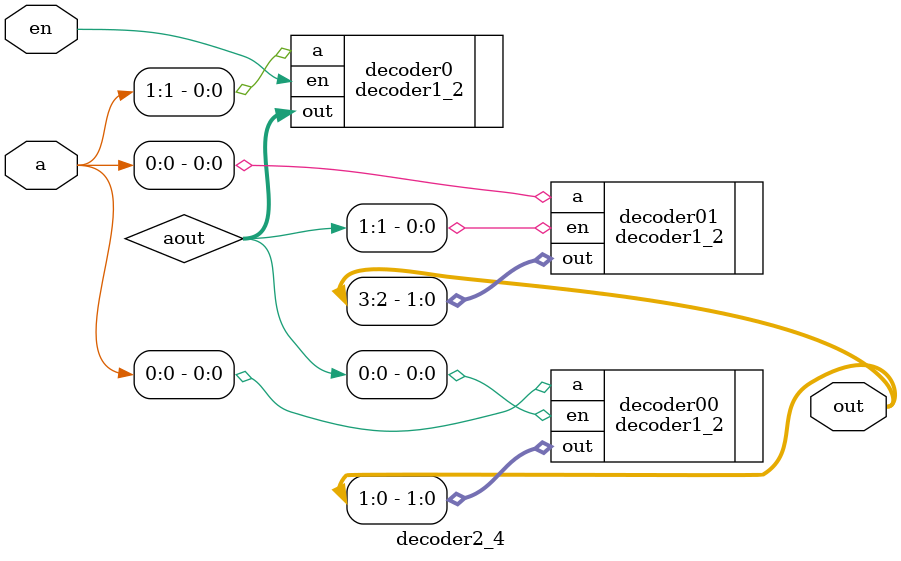
<source format=sv>
`include "./decoder1_2.sv"

`timescale 1ns/1ps
`default_nettype none

module decoder2_4(a, en, out);

input en;
input [1:0] a;
output logic [3:0] out; // the last or logic

// Below is "STRUCTURAL" verilog - explicit hardware

// 1-2 decoders
logic [1:0] aout;
decoder1_2 decoder0( .a(a[1]), .en(en),      .out(aout));
decoder1_2 decoder00(.a(a[0]), .en(aout[0]), .out(out[1:0]));
decoder1_2 decoder01(.a(a[0]), .en(aout[1]), .out(out[3:2]));

endmodule
</source>
